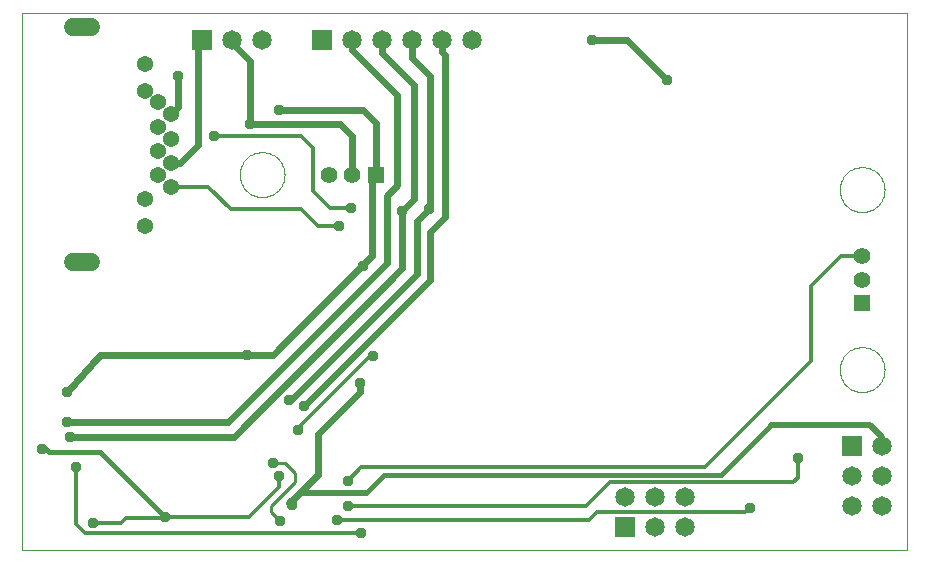
<source format=gbl>
G75*
%MOIN*%
%OFA0B0*%
%FSLAX24Y24*%
%IPPOS*%
%LPD*%
%AMOC8*
5,1,8,0,0,1.08239X$1,22.5*
%
%ADD10C,0.0000*%
%ADD11R,0.0555X0.0555*%
%ADD12C,0.0560*%
%ADD13C,0.0591*%
%ADD14C,0.0540*%
%ADD15R,0.0650X0.0650*%
%ADD16C,0.0650*%
%ADD17C,0.0200*%
%ADD18C,0.0180*%
%ADD19C,0.0370*%
%ADD20C,0.0240*%
%ADD21C,0.0120*%
%ADD22C,0.0160*%
%ADD23C,0.0100*%
D10*
X002304Y000981D02*
X002304Y018851D01*
X031796Y018851D01*
X031796Y000981D01*
X002304Y000981D01*
X009557Y013481D02*
X009559Y013536D01*
X009565Y013590D01*
X009575Y013643D01*
X009589Y013696D01*
X009606Y013748D01*
X009628Y013798D01*
X009653Y013847D01*
X009681Y013893D01*
X009713Y013938D01*
X009748Y013979D01*
X009786Y014019D01*
X009826Y014055D01*
X009869Y014089D01*
X009915Y014119D01*
X009962Y014145D01*
X010012Y014168D01*
X010063Y014188D01*
X010115Y014204D01*
X010168Y014216D01*
X010222Y014224D01*
X010277Y014228D01*
X010331Y014228D01*
X010386Y014224D01*
X010440Y014216D01*
X010493Y014204D01*
X010545Y014188D01*
X010596Y014168D01*
X010646Y014145D01*
X010693Y014119D01*
X010739Y014089D01*
X010782Y014055D01*
X010822Y014019D01*
X010860Y013979D01*
X010895Y013938D01*
X010927Y013893D01*
X010955Y013847D01*
X010980Y013798D01*
X011002Y013748D01*
X011019Y013696D01*
X011033Y013643D01*
X011043Y013590D01*
X011049Y013536D01*
X011051Y013481D01*
X011049Y013426D01*
X011043Y013372D01*
X011033Y013319D01*
X011019Y013266D01*
X011002Y013214D01*
X010980Y013164D01*
X010955Y013115D01*
X010927Y013069D01*
X010895Y013024D01*
X010860Y012983D01*
X010822Y012943D01*
X010782Y012907D01*
X010739Y012873D01*
X010693Y012843D01*
X010646Y012817D01*
X010596Y012794D01*
X010545Y012774D01*
X010493Y012758D01*
X010440Y012746D01*
X010386Y012738D01*
X010331Y012734D01*
X010277Y012734D01*
X010222Y012738D01*
X010168Y012746D01*
X010115Y012758D01*
X010063Y012774D01*
X010012Y012794D01*
X009962Y012817D01*
X009915Y012843D01*
X009869Y012873D01*
X009826Y012907D01*
X009786Y012943D01*
X009748Y012983D01*
X009713Y013024D01*
X009681Y013069D01*
X009653Y013115D01*
X009628Y013164D01*
X009606Y013214D01*
X009589Y013266D01*
X009575Y013319D01*
X009565Y013372D01*
X009559Y013426D01*
X009557Y013481D01*
X029557Y012981D02*
X029559Y013036D01*
X029565Y013090D01*
X029575Y013143D01*
X029589Y013196D01*
X029606Y013248D01*
X029628Y013298D01*
X029653Y013347D01*
X029681Y013393D01*
X029713Y013438D01*
X029748Y013479D01*
X029786Y013519D01*
X029826Y013555D01*
X029869Y013589D01*
X029915Y013619D01*
X029962Y013645D01*
X030012Y013668D01*
X030063Y013688D01*
X030115Y013704D01*
X030168Y013716D01*
X030222Y013724D01*
X030277Y013728D01*
X030331Y013728D01*
X030386Y013724D01*
X030440Y013716D01*
X030493Y013704D01*
X030545Y013688D01*
X030596Y013668D01*
X030646Y013645D01*
X030693Y013619D01*
X030739Y013589D01*
X030782Y013555D01*
X030822Y013519D01*
X030860Y013479D01*
X030895Y013438D01*
X030927Y013393D01*
X030955Y013347D01*
X030980Y013298D01*
X031002Y013248D01*
X031019Y013196D01*
X031033Y013143D01*
X031043Y013090D01*
X031049Y013036D01*
X031051Y012981D01*
X031049Y012926D01*
X031043Y012872D01*
X031033Y012819D01*
X031019Y012766D01*
X031002Y012714D01*
X030980Y012664D01*
X030955Y012615D01*
X030927Y012569D01*
X030895Y012524D01*
X030860Y012483D01*
X030822Y012443D01*
X030782Y012407D01*
X030739Y012373D01*
X030693Y012343D01*
X030646Y012317D01*
X030596Y012294D01*
X030545Y012274D01*
X030493Y012258D01*
X030440Y012246D01*
X030386Y012238D01*
X030331Y012234D01*
X030277Y012234D01*
X030222Y012238D01*
X030168Y012246D01*
X030115Y012258D01*
X030063Y012274D01*
X030012Y012294D01*
X029962Y012317D01*
X029915Y012343D01*
X029869Y012373D01*
X029826Y012407D01*
X029786Y012443D01*
X029748Y012483D01*
X029713Y012524D01*
X029681Y012569D01*
X029653Y012615D01*
X029628Y012664D01*
X029606Y012714D01*
X029589Y012766D01*
X029575Y012819D01*
X029565Y012872D01*
X029559Y012926D01*
X029557Y012981D01*
X029557Y006981D02*
X029559Y007036D01*
X029565Y007090D01*
X029575Y007143D01*
X029589Y007196D01*
X029606Y007248D01*
X029628Y007298D01*
X029653Y007347D01*
X029681Y007393D01*
X029713Y007438D01*
X029748Y007479D01*
X029786Y007519D01*
X029826Y007555D01*
X029869Y007589D01*
X029915Y007619D01*
X029962Y007645D01*
X030012Y007668D01*
X030063Y007688D01*
X030115Y007704D01*
X030168Y007716D01*
X030222Y007724D01*
X030277Y007728D01*
X030331Y007728D01*
X030386Y007724D01*
X030440Y007716D01*
X030493Y007704D01*
X030545Y007688D01*
X030596Y007668D01*
X030646Y007645D01*
X030693Y007619D01*
X030739Y007589D01*
X030782Y007555D01*
X030822Y007519D01*
X030860Y007479D01*
X030895Y007438D01*
X030927Y007393D01*
X030955Y007347D01*
X030980Y007298D01*
X031002Y007248D01*
X031019Y007196D01*
X031033Y007143D01*
X031043Y007090D01*
X031049Y007036D01*
X031051Y006981D01*
X031049Y006926D01*
X031043Y006872D01*
X031033Y006819D01*
X031019Y006766D01*
X031002Y006714D01*
X030980Y006664D01*
X030955Y006615D01*
X030927Y006569D01*
X030895Y006524D01*
X030860Y006483D01*
X030822Y006443D01*
X030782Y006407D01*
X030739Y006373D01*
X030693Y006343D01*
X030646Y006317D01*
X030596Y006294D01*
X030545Y006274D01*
X030493Y006258D01*
X030440Y006246D01*
X030386Y006238D01*
X030331Y006234D01*
X030277Y006234D01*
X030222Y006238D01*
X030168Y006246D01*
X030115Y006258D01*
X030063Y006274D01*
X030012Y006294D01*
X029962Y006317D01*
X029915Y006343D01*
X029869Y006373D01*
X029826Y006407D01*
X029786Y006443D01*
X029748Y006483D01*
X029713Y006524D01*
X029681Y006569D01*
X029653Y006615D01*
X029628Y006664D01*
X029606Y006714D01*
X029589Y006766D01*
X029575Y006819D01*
X029565Y006872D01*
X029559Y006926D01*
X029557Y006981D01*
D11*
X030304Y009194D03*
X014091Y013481D03*
D12*
X013304Y013481D03*
X012517Y013481D03*
X030304Y010768D03*
X030304Y009981D03*
D13*
X004599Y010575D02*
X004009Y010575D01*
X004009Y018386D02*
X004599Y018386D01*
D14*
X006398Y017182D03*
X006398Y016280D03*
X006824Y015886D03*
X007257Y015485D03*
X006824Y015083D03*
X007257Y014682D03*
X006824Y014280D03*
X007257Y013879D03*
X006824Y013477D03*
X007257Y013075D03*
X006398Y012682D03*
X006398Y011780D03*
D15*
X008304Y017981D03*
X012304Y017981D03*
X029954Y004431D03*
X022404Y001731D03*
D16*
X023404Y001731D03*
X024404Y001731D03*
X024404Y002731D03*
X023404Y002731D03*
X022404Y002731D03*
X029954Y002431D03*
X030954Y002431D03*
X030954Y003431D03*
X029954Y003431D03*
X030954Y004431D03*
X017304Y017981D03*
X016304Y017981D03*
X015304Y017981D03*
X014304Y017981D03*
X013304Y017981D03*
X010304Y017981D03*
X009304Y017981D03*
D17*
X027254Y005131D02*
X030554Y005131D01*
X030954Y004731D01*
X030954Y004431D01*
X013754Y002881D02*
X011554Y002881D01*
X011204Y002531D01*
X011304Y002481D01*
D18*
X013754Y002881D02*
X014354Y003481D01*
X025604Y003481D01*
X027254Y005131D01*
D19*
X028154Y004031D03*
X026554Y002381D03*
X014004Y007431D03*
X013554Y006531D03*
X011704Y005781D03*
X011204Y005981D03*
X011504Y004981D03*
X010654Y003881D03*
X010854Y003431D03*
X011304Y002481D03*
X010904Y001931D03*
X012804Y001981D03*
X013154Y002431D03*
X013154Y003281D03*
X013604Y001531D03*
X007054Y002081D03*
X004654Y001881D03*
X004104Y003731D03*
X002954Y004331D03*
X003904Y004731D03*
X003804Y005231D03*
X003804Y006231D03*
X009804Y007481D03*
X013654Y010431D03*
X012854Y011781D03*
X013254Y012381D03*
X014954Y012281D03*
X015854Y012331D03*
X010854Y015631D03*
X009904Y015181D03*
X008704Y014781D03*
X007504Y016781D03*
X021304Y017981D03*
X023804Y016631D03*
D20*
X022454Y017981D01*
X021304Y017981D01*
X016404Y017481D02*
X016404Y012081D01*
X015904Y011581D01*
X015904Y009981D01*
X011704Y005781D01*
X011254Y005981D02*
X015454Y010181D01*
X015454Y011931D01*
X015854Y012331D01*
X015904Y012481D01*
X015904Y016781D01*
X015304Y017381D01*
X015304Y017981D01*
X016304Y017981D02*
X016304Y017581D01*
X016404Y017481D01*
X015354Y016481D02*
X014304Y017531D01*
X014304Y017981D01*
X013304Y017981D02*
X013304Y017631D01*
X014804Y016131D01*
X014804Y013131D01*
X014454Y012781D01*
X014454Y010531D01*
X009154Y005231D01*
X003804Y005231D01*
X003904Y004731D02*
X009354Y004731D01*
X014954Y010381D01*
X014954Y012281D01*
X015354Y012681D01*
X015354Y016481D01*
X014091Y015194D02*
X013654Y015631D01*
X010854Y015631D01*
X009904Y015181D02*
X012904Y015181D01*
X013304Y014781D01*
X013304Y013481D01*
X013954Y013344D02*
X013954Y010781D01*
X013779Y010606D01*
X013654Y010431D01*
X013779Y010606D02*
X010654Y007481D01*
X009804Y007481D01*
X004904Y007481D01*
X003804Y006231D01*
X011204Y005981D02*
X011254Y005981D01*
X012154Y004831D02*
X012154Y003481D01*
X011204Y002531D01*
X012154Y004831D02*
X013554Y006231D01*
X013554Y006531D01*
X013954Y013344D02*
X014091Y013481D01*
X014091Y015194D01*
X009904Y015181D02*
X009904Y017281D01*
X009404Y017781D01*
X009304Y017981D01*
X008304Y017981D02*
X008154Y017631D01*
X008154Y014481D01*
X007552Y013879D01*
X007257Y013879D01*
X007257Y015485D02*
X007504Y015732D01*
X007504Y016781D01*
D21*
X008704Y014781D02*
X011604Y014781D01*
X012004Y014381D01*
X012004Y012931D01*
X012554Y012381D01*
X013254Y012381D01*
X012854Y011781D02*
X012154Y011781D01*
X011604Y012331D01*
X009254Y012331D01*
X008504Y013081D01*
X007262Y013081D01*
X007257Y013075D01*
X013904Y007431D02*
X011604Y005131D01*
X011604Y005081D01*
X011504Y004981D01*
X013154Y003281D02*
X013604Y003731D01*
X025054Y003731D01*
X028604Y007281D01*
X028604Y009781D01*
X029591Y010768D01*
X030304Y010768D01*
X028154Y004031D02*
X028154Y003381D01*
X028004Y003231D01*
X021904Y003231D01*
X021104Y002431D01*
X013154Y002431D01*
X012804Y001981D02*
X021204Y001981D01*
X021454Y002231D01*
X026404Y002231D01*
X026554Y002381D01*
X014004Y007431D02*
X013904Y007431D01*
X010854Y003431D02*
X010854Y003081D01*
X009854Y002081D01*
X007054Y002081D01*
X007004Y002031D01*
X005754Y002031D01*
X005604Y001881D01*
X004654Y001881D01*
X004404Y001531D02*
X004104Y001831D01*
X004104Y003731D01*
X004404Y001531D02*
X013604Y001531D01*
D22*
X007054Y002081D02*
X004904Y004231D01*
X003204Y004231D01*
X003104Y004331D01*
X002954Y004331D01*
D23*
X010654Y003881D02*
X011054Y003881D01*
X011404Y003531D01*
X011404Y003231D01*
X010604Y002431D01*
X010604Y002231D01*
X010904Y001931D01*
M02*

</source>
